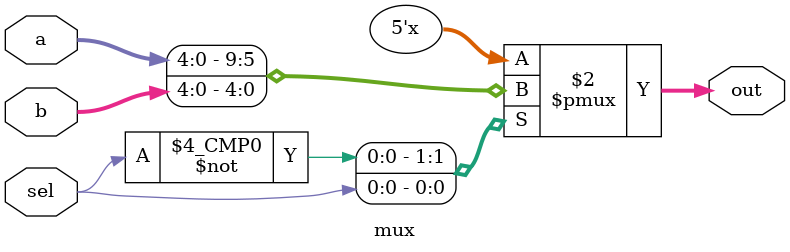
<source format=v>
module mux( 
input [4:0] a, b,
input sel,
output [4:0] out );
// When sel=0, assign a to out. 
// When sel=1, assign b to out. 
always @ (sel)
begin // Start of sel block
	case (sel) // Start of sel case
	0: out = a; 
	1: out = b; // End of sel case
	endcase // End of sel case
end // End of sel always block
endmodule

</source>
